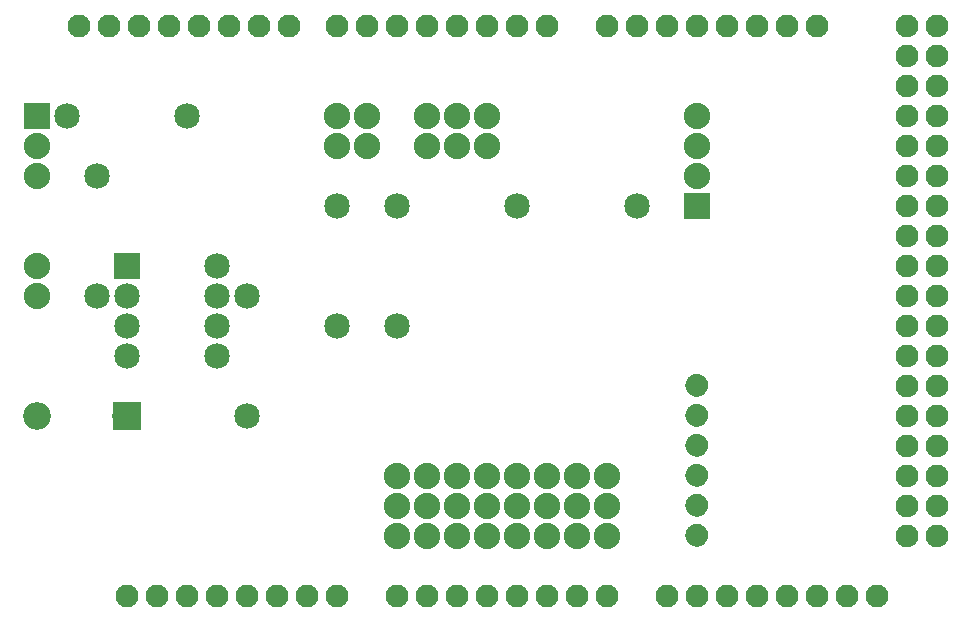
<source format=gts>
G04 MADE WITH FRITZING*
G04 WWW.FRITZING.ORG*
G04 DOUBLE SIDED*
G04 HOLES PLATED*
G04 CONTOUR ON CENTER OF CONTOUR VECTOR*
%ASAXBY*%
%FSLAX23Y23*%
%MOIN*%
%OFA0B0*%
%SFA1.0B1.0*%
%ADD10C,0.088000*%
%ADD11C,0.076604*%
%ADD12C,0.076632*%
%ADD13C,0.075993*%
%ADD14C,0.085000*%
%ADD15C,0.092000*%
%ADD16C,0.088028*%
%ADD17R,0.088000X0.088000*%
%ADD18R,0.092000X0.092000*%
%ADD19R,0.085000X0.085000*%
%ADD20R,0.087944X0.087986*%
%ADD21R,0.001000X0.001000*%
%LNMASK1*%
G90*
G70*
G54D10*
X1466Y1595D03*
X1466Y1695D03*
X1566Y1595D03*
X1566Y1695D03*
X1666Y1595D03*
X1666Y1695D03*
G54D11*
X2366Y95D03*
X2466Y95D03*
X2566Y95D03*
X2666Y95D03*
G54D12*
X1006Y1995D03*
G54D11*
X2766Y95D03*
X2866Y95D03*
X2966Y95D03*
G54D13*
X3166Y1095D03*
G54D11*
X1366Y95D03*
X1466Y95D03*
X766Y95D03*
X1566Y95D03*
X1666Y95D03*
X1766Y95D03*
X1866Y95D03*
X1966Y95D03*
G54D13*
X3166Y1895D03*
G54D11*
X2066Y95D03*
G54D13*
X3166Y295D03*
G54D12*
X1566Y1995D03*
G54D13*
X3166Y1495D03*
X3166Y695D03*
G54D12*
X606Y1995D03*
G54D11*
X1166Y95D03*
G54D12*
X1166Y1995D03*
G54D13*
X3166Y1695D03*
X3166Y1295D03*
X3166Y895D03*
X3166Y495D03*
G54D12*
X2766Y1995D03*
X2666Y1995D03*
X2566Y1995D03*
X406Y1995D03*
X2466Y1995D03*
X806Y1995D03*
X2366Y1995D03*
X2266Y1995D03*
X2166Y1995D03*
X2066Y1995D03*
G54D11*
X566Y95D03*
X966Y95D03*
G54D12*
X1766Y1995D03*
X1366Y1995D03*
G54D13*
X3166Y1995D03*
X3166Y1795D03*
X3166Y1595D03*
X3166Y1395D03*
X3166Y1195D03*
X3166Y995D03*
X3166Y795D03*
X3166Y595D03*
X3166Y395D03*
G54D12*
X306Y1995D03*
X506Y1995D03*
X706Y1995D03*
X906Y1995D03*
G54D11*
X466Y95D03*
X666Y95D03*
X866Y95D03*
X1066Y95D03*
G54D12*
X1866Y1995D03*
X1666Y1995D03*
X1466Y1995D03*
X1266Y1995D03*
G54D13*
X3066Y1995D03*
X3066Y1895D03*
X3066Y1795D03*
X3066Y1695D03*
X3066Y1595D03*
X3066Y1495D03*
X3066Y1395D03*
X3066Y1295D03*
X3066Y1195D03*
X3066Y1095D03*
X3066Y995D03*
X3066Y895D03*
X3066Y795D03*
X3066Y695D03*
X3066Y595D03*
X3066Y495D03*
X3066Y395D03*
X3066Y295D03*
G54D11*
X2266Y95D03*
G54D10*
X166Y1695D03*
X166Y1595D03*
X166Y1495D03*
X166Y1195D03*
X166Y1095D03*
G54D14*
X2166Y1395D03*
X1766Y1395D03*
X366Y1095D03*
X366Y1495D03*
X266Y1695D03*
X666Y1695D03*
G54D15*
X464Y695D03*
X166Y695D03*
G54D14*
X866Y695D03*
X866Y1095D03*
X1366Y995D03*
X1366Y1395D03*
X1166Y995D03*
X1166Y1395D03*
G54D10*
X1266Y1595D03*
X1266Y1695D03*
X1166Y1595D03*
X1166Y1695D03*
G54D14*
X466Y1195D03*
X766Y1195D03*
X466Y1095D03*
X766Y1095D03*
X466Y995D03*
X766Y995D03*
X466Y895D03*
X766Y895D03*
G54D10*
X1366Y495D03*
X1466Y495D03*
X1366Y295D03*
X1466Y295D03*
X1366Y395D03*
X1466Y395D03*
X1966Y495D03*
X2066Y495D03*
X1766Y495D03*
X1866Y495D03*
X1566Y495D03*
X1666Y495D03*
X1966Y295D03*
X2066Y295D03*
X1766Y295D03*
X1866Y295D03*
X1566Y295D03*
X1666Y295D03*
X1966Y395D03*
X2066Y395D03*
X1766Y395D03*
X1866Y395D03*
X1566Y395D03*
X1666Y395D03*
G54D16*
X2366Y1695D03*
G54D10*
X2366Y1595D03*
X2366Y1495D03*
X2366Y1395D03*
G54D17*
X166Y1695D03*
G54D18*
X465Y695D03*
G54D19*
X466Y1195D03*
G54D20*
X2366Y1395D03*
G54D21*
X2358Y833D02*
X2373Y833D01*
X2354Y832D02*
X2377Y832D01*
X2351Y831D02*
X2380Y831D01*
X2349Y830D02*
X2382Y830D01*
X2347Y829D02*
X2384Y829D01*
X2346Y828D02*
X2385Y828D01*
X2344Y827D02*
X2387Y827D01*
X2343Y826D02*
X2388Y826D01*
X2341Y825D02*
X2390Y825D01*
X2340Y824D02*
X2391Y824D01*
X2339Y823D02*
X2392Y823D01*
X2338Y822D02*
X2393Y822D01*
X2337Y821D02*
X2394Y821D01*
X2337Y820D02*
X2394Y820D01*
X2336Y819D02*
X2395Y819D01*
X2335Y818D02*
X2396Y818D01*
X2334Y817D02*
X2397Y817D01*
X2334Y816D02*
X2397Y816D01*
X2333Y815D02*
X2398Y815D01*
X2333Y814D02*
X2398Y814D01*
X2332Y813D02*
X2399Y813D01*
X2332Y812D02*
X2399Y812D01*
X2331Y811D02*
X2400Y811D01*
X2331Y810D02*
X2400Y810D01*
X2330Y809D02*
X2401Y809D01*
X2330Y808D02*
X2401Y808D01*
X2330Y807D02*
X2401Y807D01*
X2329Y806D02*
X2402Y806D01*
X2329Y805D02*
X2402Y805D01*
X2329Y804D02*
X2402Y804D01*
X2329Y803D02*
X2402Y803D01*
X2329Y802D02*
X2402Y802D01*
X2328Y801D02*
X2403Y801D01*
X2328Y800D02*
X2403Y800D01*
X2328Y799D02*
X2403Y799D01*
X2328Y798D02*
X2403Y798D01*
X2328Y797D02*
X2403Y797D01*
X2328Y796D02*
X2403Y796D01*
X2328Y795D02*
X2403Y795D01*
X2328Y794D02*
X2403Y794D01*
X2328Y793D02*
X2403Y793D01*
X2328Y792D02*
X2403Y792D01*
X2328Y791D02*
X2403Y791D01*
X2329Y790D02*
X2402Y790D01*
X2329Y789D02*
X2402Y789D01*
X2329Y788D02*
X2402Y788D01*
X2329Y787D02*
X2402Y787D01*
X2329Y786D02*
X2402Y786D01*
X2330Y785D02*
X2401Y785D01*
X2330Y784D02*
X2401Y784D01*
X2330Y783D02*
X2401Y783D01*
X2331Y782D02*
X2400Y782D01*
X2331Y781D02*
X2400Y781D01*
X2332Y780D02*
X2399Y780D01*
X2332Y779D02*
X2399Y779D01*
X2333Y778D02*
X2398Y778D01*
X2333Y777D02*
X2398Y777D01*
X2334Y776D02*
X2397Y776D01*
X2334Y775D02*
X2397Y775D01*
X2335Y774D02*
X2396Y774D01*
X2336Y773D02*
X2395Y773D01*
X2337Y772D02*
X2394Y772D01*
X2338Y771D02*
X2393Y771D01*
X2338Y770D02*
X2393Y770D01*
X2339Y769D02*
X2392Y769D01*
X2340Y768D02*
X2391Y768D01*
X2342Y767D02*
X2389Y767D01*
X2343Y766D02*
X2388Y766D01*
X2344Y765D02*
X2387Y765D01*
X2346Y764D02*
X2385Y764D01*
X2347Y763D02*
X2384Y763D01*
X2349Y762D02*
X2382Y762D01*
X2351Y761D02*
X2380Y761D01*
X2354Y760D02*
X2377Y760D01*
X2358Y759D02*
X2373Y759D01*
X2365Y734D02*
X2366Y734D01*
X2357Y733D02*
X2374Y733D01*
X2354Y732D02*
X2377Y732D01*
X2351Y731D02*
X2380Y731D01*
X2349Y730D02*
X2382Y730D01*
X2347Y729D02*
X2384Y729D01*
X2346Y728D02*
X2385Y728D01*
X2344Y727D02*
X2387Y727D01*
X2343Y726D02*
X2388Y726D01*
X2341Y725D02*
X2390Y725D01*
X2340Y724D02*
X2391Y724D01*
X2339Y723D02*
X2392Y723D01*
X2338Y722D02*
X2393Y722D01*
X2337Y721D02*
X2394Y721D01*
X2337Y720D02*
X2394Y720D01*
X2336Y719D02*
X2395Y719D01*
X2335Y718D02*
X2396Y718D01*
X2334Y717D02*
X2397Y717D01*
X2334Y716D02*
X2397Y716D01*
X2333Y715D02*
X2398Y715D01*
X2333Y714D02*
X2398Y714D01*
X2332Y713D02*
X2399Y713D01*
X2332Y712D02*
X2399Y712D01*
X2331Y711D02*
X2400Y711D01*
X2331Y710D02*
X2400Y710D01*
X2330Y709D02*
X2401Y709D01*
X2330Y708D02*
X2401Y708D01*
X2330Y707D02*
X2401Y707D01*
X2329Y706D02*
X2402Y706D01*
X2329Y705D02*
X2402Y705D01*
X2329Y704D02*
X2402Y704D01*
X2329Y703D02*
X2402Y703D01*
X2329Y702D02*
X2402Y702D01*
X2328Y701D02*
X2403Y701D01*
X2328Y700D02*
X2403Y700D01*
X2328Y699D02*
X2403Y699D01*
X2328Y698D02*
X2403Y698D01*
X2328Y697D02*
X2403Y697D01*
X2328Y696D02*
X2403Y696D01*
X2328Y695D02*
X2403Y695D01*
X2328Y694D02*
X2403Y694D01*
X2328Y693D02*
X2403Y693D01*
X2328Y692D02*
X2403Y692D01*
X2328Y691D02*
X2403Y691D01*
X2329Y690D02*
X2402Y690D01*
X2329Y689D02*
X2402Y689D01*
X2329Y688D02*
X2402Y688D01*
X2329Y687D02*
X2402Y687D01*
X2329Y686D02*
X2402Y686D01*
X2330Y685D02*
X2401Y685D01*
X2330Y684D02*
X2401Y684D01*
X2330Y683D02*
X2401Y683D01*
X2331Y682D02*
X2400Y682D01*
X2331Y681D02*
X2400Y681D01*
X2332Y680D02*
X2399Y680D01*
X2332Y679D02*
X2399Y679D01*
X2333Y678D02*
X2398Y678D01*
X2333Y677D02*
X2398Y677D01*
X2334Y676D02*
X2397Y676D01*
X2334Y675D02*
X2396Y675D01*
X2335Y674D02*
X2396Y674D01*
X2336Y673D02*
X2395Y673D01*
X2337Y672D02*
X2394Y672D01*
X2338Y671D02*
X2393Y671D01*
X2338Y670D02*
X2393Y670D01*
X2339Y669D02*
X2392Y669D01*
X2341Y668D02*
X2390Y668D01*
X2342Y667D02*
X2389Y667D01*
X2343Y666D02*
X2388Y666D01*
X2344Y665D02*
X2387Y665D01*
X2346Y664D02*
X2385Y664D01*
X2347Y663D02*
X2383Y663D01*
X2349Y662D02*
X2382Y662D01*
X2352Y661D02*
X2379Y661D01*
X2354Y660D02*
X2377Y660D01*
X2358Y659D02*
X2373Y659D01*
X2364Y634D02*
X2367Y634D01*
X2357Y633D02*
X2374Y633D01*
X2354Y632D02*
X2377Y632D01*
X2351Y631D02*
X2380Y631D01*
X2349Y630D02*
X2382Y630D01*
X2347Y629D02*
X2384Y629D01*
X2345Y628D02*
X2386Y628D01*
X2344Y627D02*
X2387Y627D01*
X2343Y626D02*
X2388Y626D01*
X2341Y625D02*
X2390Y625D01*
X2340Y624D02*
X2391Y624D01*
X2339Y623D02*
X2392Y623D01*
X2338Y622D02*
X2393Y622D01*
X2337Y621D02*
X2394Y621D01*
X2337Y620D02*
X2394Y620D01*
X2336Y619D02*
X2395Y619D01*
X2335Y618D02*
X2396Y618D01*
X2334Y617D02*
X2397Y617D01*
X2334Y616D02*
X2397Y616D01*
X2333Y615D02*
X2398Y615D01*
X2333Y614D02*
X2399Y614D01*
X2332Y613D02*
X2399Y613D01*
X2332Y612D02*
X2399Y612D01*
X2331Y611D02*
X2400Y611D01*
X2331Y610D02*
X2400Y610D01*
X2330Y609D02*
X2401Y609D01*
X2330Y608D02*
X2401Y608D01*
X2330Y607D02*
X2401Y607D01*
X2329Y606D02*
X2402Y606D01*
X2329Y605D02*
X2402Y605D01*
X2329Y604D02*
X2402Y604D01*
X2329Y603D02*
X2402Y603D01*
X2329Y602D02*
X2402Y602D01*
X2328Y601D02*
X2403Y601D01*
X2328Y600D02*
X2403Y600D01*
X2328Y599D02*
X2403Y599D01*
X2328Y598D02*
X2403Y598D01*
X2328Y597D02*
X2403Y597D01*
X2328Y596D02*
X2403Y596D01*
X2328Y595D02*
X2403Y595D01*
X2328Y594D02*
X2403Y594D01*
X2328Y593D02*
X2403Y593D01*
X2328Y592D02*
X2403Y592D01*
X2328Y591D02*
X2403Y591D01*
X2329Y590D02*
X2402Y590D01*
X2329Y589D02*
X2402Y589D01*
X2329Y588D02*
X2402Y588D01*
X2329Y587D02*
X2402Y587D01*
X2329Y586D02*
X2402Y586D01*
X2330Y585D02*
X2401Y585D01*
X2330Y584D02*
X2401Y584D01*
X2330Y583D02*
X2401Y583D01*
X2331Y582D02*
X2400Y582D01*
X2331Y581D02*
X2400Y581D01*
X2332Y580D02*
X2399Y580D01*
X2332Y579D02*
X2399Y579D01*
X2333Y578D02*
X2398Y578D01*
X2333Y577D02*
X2398Y577D01*
X2334Y576D02*
X2397Y576D01*
X2335Y575D02*
X2396Y575D01*
X2335Y574D02*
X2396Y574D01*
X2336Y573D02*
X2395Y573D01*
X2337Y572D02*
X2394Y572D01*
X2338Y571D02*
X2393Y571D01*
X2339Y570D02*
X2392Y570D01*
X2339Y569D02*
X2392Y569D01*
X2341Y568D02*
X2390Y568D01*
X2342Y567D02*
X2389Y567D01*
X2343Y566D02*
X2388Y566D01*
X2344Y565D02*
X2387Y565D01*
X2346Y564D02*
X2385Y564D01*
X2348Y563D02*
X2383Y563D01*
X2350Y562D02*
X2381Y562D01*
X2352Y561D02*
X2379Y561D01*
X2355Y560D02*
X2376Y560D01*
X2359Y559D02*
X2372Y559D01*
X2363Y534D02*
X2368Y534D01*
X2357Y533D02*
X2374Y533D01*
X2354Y532D02*
X2377Y532D01*
X2351Y531D02*
X2380Y531D01*
X2349Y530D02*
X2382Y530D01*
X2347Y529D02*
X2384Y529D01*
X2345Y528D02*
X2386Y528D01*
X2344Y527D02*
X2387Y527D01*
X2343Y526D02*
X2388Y526D01*
X2341Y525D02*
X2390Y525D01*
X2340Y524D02*
X2391Y524D01*
X2339Y523D02*
X2392Y523D01*
X2338Y522D02*
X2393Y522D01*
X2337Y521D02*
X2394Y521D01*
X2336Y520D02*
X2395Y520D01*
X2336Y519D02*
X2395Y519D01*
X2335Y518D02*
X2396Y518D01*
X2334Y517D02*
X2397Y517D01*
X2334Y516D02*
X2397Y516D01*
X2333Y515D02*
X2398Y515D01*
X2332Y514D02*
X2399Y514D01*
X2332Y513D02*
X2399Y513D01*
X2332Y512D02*
X2399Y512D01*
X2331Y511D02*
X2400Y511D01*
X2331Y510D02*
X2400Y510D01*
X2330Y509D02*
X2401Y509D01*
X2330Y508D02*
X2401Y508D01*
X2330Y507D02*
X2401Y507D01*
X2329Y506D02*
X2402Y506D01*
X2329Y505D02*
X2402Y505D01*
X2329Y504D02*
X2402Y504D01*
X2329Y503D02*
X2402Y503D01*
X2329Y502D02*
X2402Y502D01*
X2328Y501D02*
X2403Y501D01*
X2328Y500D02*
X2403Y500D01*
X2328Y499D02*
X2403Y499D01*
X2328Y498D02*
X2403Y498D01*
X2328Y497D02*
X2403Y497D01*
X2328Y496D02*
X2403Y496D01*
X2328Y495D02*
X2403Y495D01*
X2328Y494D02*
X2403Y494D01*
X2328Y493D02*
X2403Y493D01*
X2328Y492D02*
X2403Y492D01*
X2328Y491D02*
X2403Y491D01*
X2329Y490D02*
X2402Y490D01*
X2329Y489D02*
X2402Y489D01*
X2329Y488D02*
X2402Y488D01*
X2329Y487D02*
X2402Y487D01*
X2329Y486D02*
X2402Y486D01*
X2330Y485D02*
X2401Y485D01*
X2330Y484D02*
X2401Y484D01*
X2330Y483D02*
X2401Y483D01*
X2331Y482D02*
X2400Y482D01*
X2331Y481D02*
X2400Y481D01*
X2332Y480D02*
X2399Y480D01*
X2332Y479D02*
X2399Y479D01*
X2333Y478D02*
X2398Y478D01*
X2333Y477D02*
X2398Y477D01*
X2334Y476D02*
X2397Y476D01*
X2335Y475D02*
X2396Y475D01*
X2335Y474D02*
X2396Y474D01*
X2336Y473D02*
X2395Y473D01*
X2337Y472D02*
X2394Y472D01*
X2338Y471D02*
X2393Y471D01*
X2339Y470D02*
X2392Y470D01*
X2340Y469D02*
X2392Y469D01*
X2341Y468D02*
X2390Y468D01*
X2342Y467D02*
X2389Y467D01*
X2343Y466D02*
X2388Y466D01*
X2344Y465D02*
X2387Y465D01*
X2346Y464D02*
X2385Y464D01*
X2348Y463D02*
X2383Y463D01*
X2350Y462D02*
X2381Y462D01*
X2352Y461D02*
X2379Y461D01*
X2355Y460D02*
X2376Y460D01*
X2359Y459D02*
X2372Y459D01*
X2362Y434D02*
X2369Y434D01*
X2357Y433D02*
X2374Y433D01*
X2353Y432D02*
X2378Y432D01*
X2351Y431D02*
X2380Y431D01*
X2349Y430D02*
X2382Y430D01*
X2347Y429D02*
X2384Y429D01*
X2345Y428D02*
X2386Y428D01*
X2344Y427D02*
X2387Y427D01*
X2343Y426D02*
X2388Y426D01*
X2341Y425D02*
X2390Y425D01*
X2340Y424D02*
X2391Y424D01*
X2339Y423D02*
X2392Y423D01*
X2338Y422D02*
X2393Y422D01*
X2337Y421D02*
X2394Y421D01*
X2336Y420D02*
X2395Y420D01*
X2336Y419D02*
X2395Y419D01*
X2335Y418D02*
X2396Y418D01*
X2334Y417D02*
X2397Y417D01*
X2334Y416D02*
X2397Y416D01*
X2333Y415D02*
X2398Y415D01*
X2332Y414D02*
X2399Y414D01*
X2332Y413D02*
X2399Y413D01*
X2331Y412D02*
X2400Y412D01*
X2331Y411D02*
X2400Y411D01*
X2331Y410D02*
X2400Y410D01*
X2330Y409D02*
X2401Y409D01*
X2330Y408D02*
X2401Y408D01*
X2330Y407D02*
X2401Y407D01*
X2329Y406D02*
X2402Y406D01*
X2329Y405D02*
X2402Y405D01*
X2329Y404D02*
X2402Y404D01*
X2329Y403D02*
X2402Y403D01*
X2329Y402D02*
X2402Y402D01*
X2328Y401D02*
X2403Y401D01*
X2328Y400D02*
X2403Y400D01*
X2328Y399D02*
X2403Y399D01*
X2328Y398D02*
X2403Y398D01*
X2328Y397D02*
X2403Y397D01*
X2328Y396D02*
X2403Y396D01*
X2328Y395D02*
X2403Y395D01*
X2328Y394D02*
X2403Y394D01*
X2328Y393D02*
X2403Y393D01*
X2328Y392D02*
X2403Y392D01*
X2328Y391D02*
X2403Y391D01*
X2329Y390D02*
X2402Y390D01*
X2329Y389D02*
X2402Y389D01*
X2329Y388D02*
X2402Y388D01*
X2329Y387D02*
X2402Y387D01*
X2330Y386D02*
X2401Y386D01*
X2330Y385D02*
X2401Y385D01*
X2330Y384D02*
X2401Y384D01*
X2330Y383D02*
X2401Y383D01*
X2331Y382D02*
X2400Y382D01*
X2331Y381D02*
X2400Y381D01*
X2332Y380D02*
X2399Y380D01*
X2332Y379D02*
X2399Y379D01*
X2333Y378D02*
X2398Y378D01*
X2333Y377D02*
X2398Y377D01*
X2334Y376D02*
X2397Y376D01*
X2335Y375D02*
X2396Y375D01*
X2335Y374D02*
X2396Y374D01*
X2336Y373D02*
X2395Y373D01*
X2337Y372D02*
X2394Y372D01*
X2338Y371D02*
X2393Y371D01*
X2339Y370D02*
X2392Y370D01*
X2340Y369D02*
X2391Y369D01*
X2341Y368D02*
X2390Y368D01*
X2342Y367D02*
X2389Y367D01*
X2343Y366D02*
X2388Y366D01*
X2345Y365D02*
X2386Y365D01*
X2346Y364D02*
X2385Y364D01*
X2348Y363D02*
X2383Y363D01*
X2350Y362D02*
X2381Y362D01*
X2352Y361D02*
X2379Y361D01*
X2355Y360D02*
X2376Y360D01*
X2359Y359D02*
X2372Y359D01*
X2362Y334D02*
X2369Y334D01*
X2357Y333D02*
X2374Y333D01*
X2353Y332D02*
X2378Y332D01*
X2351Y331D02*
X2380Y331D01*
X2349Y330D02*
X2382Y330D01*
X2347Y329D02*
X2384Y329D01*
X2345Y328D02*
X2386Y328D01*
X2344Y327D02*
X2387Y327D01*
X2342Y326D02*
X2389Y326D01*
X2341Y325D02*
X2390Y325D01*
X2340Y324D02*
X2391Y324D01*
X2339Y323D02*
X2392Y323D01*
X2338Y322D02*
X2393Y322D01*
X2337Y321D02*
X2394Y321D01*
X2336Y320D02*
X2395Y320D01*
X2336Y319D02*
X2395Y319D01*
X2335Y318D02*
X2396Y318D01*
X2334Y317D02*
X2397Y317D01*
X2334Y316D02*
X2397Y316D01*
X2333Y315D02*
X2398Y315D01*
X2332Y314D02*
X2399Y314D01*
X2332Y313D02*
X2399Y313D01*
X2331Y312D02*
X2400Y312D01*
X2331Y311D02*
X2400Y311D01*
X2331Y310D02*
X2400Y310D01*
X2330Y309D02*
X2401Y309D01*
X2330Y308D02*
X2401Y308D01*
X2330Y307D02*
X2401Y307D01*
X2329Y306D02*
X2402Y306D01*
X2329Y305D02*
X2402Y305D01*
X2329Y304D02*
X2402Y304D01*
X2329Y303D02*
X2402Y303D01*
X2329Y302D02*
X2402Y302D01*
X2328Y301D02*
X2403Y301D01*
X2328Y300D02*
X2403Y300D01*
X2328Y299D02*
X2403Y299D01*
X2328Y298D02*
X2403Y298D01*
X2328Y297D02*
X2403Y297D01*
X2328Y296D02*
X2403Y296D01*
X2328Y295D02*
X2403Y295D01*
X2328Y294D02*
X2403Y294D01*
X2328Y293D02*
X2403Y293D01*
X2328Y292D02*
X2403Y292D01*
X2328Y291D02*
X2403Y291D01*
X2329Y290D02*
X2402Y290D01*
X2329Y289D02*
X2402Y289D01*
X2329Y288D02*
X2402Y288D01*
X2329Y287D02*
X2402Y287D01*
X2330Y286D02*
X2401Y286D01*
X2330Y285D02*
X2401Y285D01*
X2330Y284D02*
X2401Y284D01*
X2330Y283D02*
X2401Y283D01*
X2331Y282D02*
X2400Y282D01*
X2331Y281D02*
X2400Y281D01*
X2332Y280D02*
X2399Y280D01*
X2332Y279D02*
X2399Y279D01*
X2333Y278D02*
X2398Y278D01*
X2333Y277D02*
X2398Y277D01*
X2334Y276D02*
X2397Y276D01*
X2335Y275D02*
X2396Y275D01*
X2335Y274D02*
X2396Y274D01*
X2336Y273D02*
X2395Y273D01*
X2337Y272D02*
X2394Y272D01*
X2338Y271D02*
X2393Y271D01*
X2339Y270D02*
X2392Y270D01*
X2340Y269D02*
X2391Y269D01*
X2341Y268D02*
X2390Y268D01*
X2342Y267D02*
X2389Y267D01*
X2343Y266D02*
X2388Y266D01*
X2345Y265D02*
X2386Y265D01*
X2346Y264D02*
X2385Y264D01*
X2348Y263D02*
X2383Y263D01*
X2350Y262D02*
X2381Y262D01*
X2352Y261D02*
X2379Y261D01*
X2355Y260D02*
X2376Y260D01*
X2359Y259D02*
X2372Y259D01*
D02*
G04 End of Mask1*
M02*
</source>
